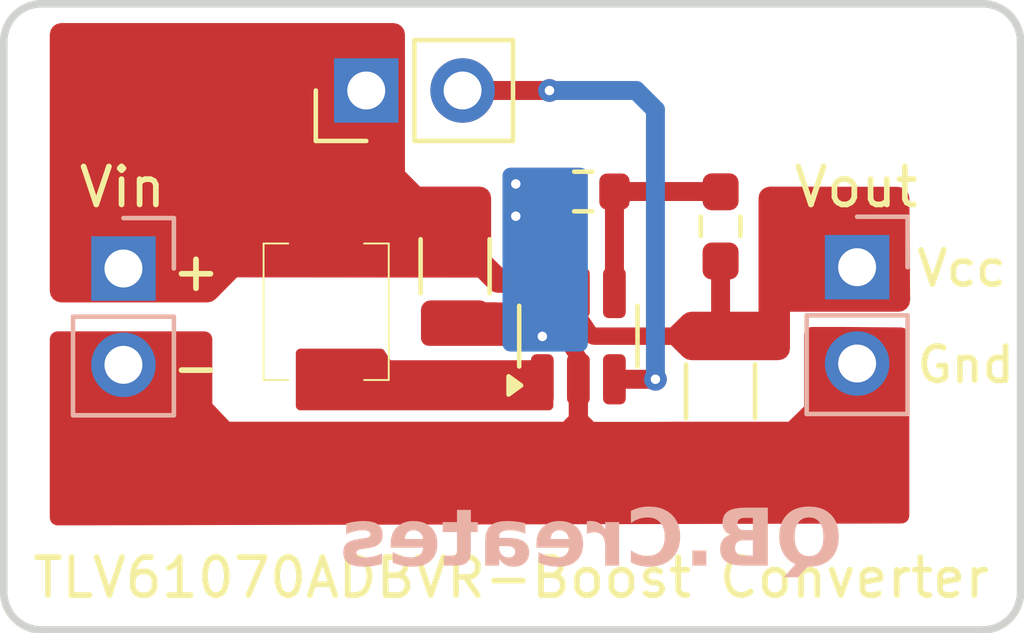
<source format=kicad_pcb>
(kicad_pcb (version 20240108) (generator "pcbnew") (generator_version "8.0")
  (layers (0 "F.Cu" signal) (31 "B.Cu" signal) (34 "B.Paste" user) (35 "F.Paste" user) (36 "B.SilkS" user "B.Silkscreen") (37 "F.SilkS" user "F.Silkscreen") (38 "B.Mask" user) (39 "F.Mask" user) (44 "Edge.Cuts" user))
  (net 0 "")
  (net 1 "+3V8")
  (net 2 "GNDREF")
  (net 3 "/SW")
  (net 4 "/Vout")
  (net 5 "Net-(J2-Pin_2)")
  (net 6 "Net-(U2-FB)")
  (footprint "Capacitor_SMD:C_1206_3216Metric" (layer "F.Cu") (at 124.4 78.8 -90)
    (property "Reference" "C2" (hide yes))
    (property "Value" "22uF" (hide yes))
    (fp_line (start -0.711252 0.91) (end 0.711252 0.91) (stroke (width 0.12)) (layer "F.SilkS"))
    (fp_line (start -0.711252 -0.91) (end 0.711252 -0.91) (stroke (width 0.12)) (layer "F.SilkS"))
    (pad "1" smd roundrect (at -1.475 0 270) (size 1.15 1.8) (layers "F.Cu" "F.Paste" "F.Mask") (roundrect_rratio 0.217391) (net 4 "/Vout"))
    (pad "2" smd roundrect (at 1.475 0 270) (size 1.15 1.8) (layers "F.Cu" "F.Paste" "F.Mask") (roundrect_rratio 0.217391) (net 2 "GNDREF"))
  )
  (footprint "InductorCustom:Bourns SRP30xx" (layer "F.Cu") (at 114 76.7 -90)
    (property "Reference" "L2" (hide yes))
    (property "Value" "4.7uH" (hide yes))
    (fp_line (start -1.8 1.65) (end 1.8 1.65) (stroke (width 0.05)) (layer "F.SilkS"))
    (fp_line (start -1.8 1.65) (end -1.8 1) (stroke (width 0.05)) (layer "F.SilkS"))
    (fp_line (start 1.8 1.65) (end 1.8 1) (stroke (width 0.05)) (layer "F.SilkS"))
    (fp_line (start -1.8 -1.65) (end -1.8 -1) (stroke (width 0.05)) (layer "F.SilkS"))
    (fp_line (start 1.8 -1.65) (end 1.8 -1) (stroke (width 0.05)) (layer "F.SilkS"))
    (fp_line (start 1.8 -1.65) (end -1.8 -1.65) (stroke (width 0.05)) (layer "F.SilkS"))
    (pad "1" smd rect (at -1.75 0 270) (size 1.5 1.45) (layers "F.Cu" "F.Paste" "F.Mask") (net 1 "+3V8"))
    (pad "2" smd rect (at 1.75 0 270) (size 1.5 1.45) (layers "F.Cu" "F.Paste" "F.Mask") (net 3 "/SW"))
  )
  (footprint "Package_TO_SOT_SMD:SOT-23-6" (layer "F.Cu") (at 120.65 77.343 90)
    (property "Reference" "U2" (hide yes))
    (property "Value" "TLV61070A" (hide yes))
    (fp_line (start 0 -1.56) (end 0.8 -1.56) (stroke (width 0.12)) (layer "F.SilkS"))
    (fp_line (start 0 -1.56) (end -0.8 -1.56) (stroke (width 0.12)) (layer "F.SilkS"))
    (fp_line (start 0 1.56) (end 0.8 1.56) (stroke (width 0.12)) (layer "F.SilkS"))
    (fp_line (start 0 1.56) (end -0.8 1.56) (stroke (width 0.12)) (layer "F.SilkS"))
    (fp_poly (pts (xy -1.3 -1.51) (xy -1.54 -1.84) (xy -1.06 -1.84) (xy -1.3 -1.51)) (stroke (width 0.12)) (fill solid) (layer "F.SilkS"))
    (pad "1" smd roundrect (at -1.1375 -0.95 90) (size 1.325 0.6) (layers "F.Cu" "F.Paste" "F.Mask") (net 3 "/SW"))
    (pad "2" smd roundrect (at -1.1375 0 90) (size 1.325 0.6) (layers "F.Cu" "F.Paste" "F.Mask") (net 2 "GNDREF"))
    (pad "3" smd roundrect (at -1.1375 0.95 90) (size 1.325 0.6) (layers "F.Cu" "F.Paste" "F.Mask") (net 5 "Net-(J2-Pin_2)"))
    (pad "4" smd roundrect (at 1.1375 0.95 90) (size 1.325 0.6) (layers "F.Cu" "F.Paste" "F.Mask") (net 6 "Net-(U2-FB)"))
    (pad "5" smd roundrect (at 1.1375 0 90) (size 1.325 0.6) (layers "F.Cu" "F.Paste" "F.Mask") (net 4 "/Vout"))
    (pad "6" smd roundrect (at 1.1375 -0.95 90) (size 1.325 0.6) (layers "F.Cu" "F.Paste" "F.Mask") (net 1 "+3V8"))
  )
  (footprint "Capacitor_SMD:C_1206_3216Metric" (layer "F.Cu") (at 117.4 75.5 -90)
    (property "Reference" "C1" (hide yes))
    (property "Value" "10uF" (hide yes))
    (fp_line (start -0.711252 0.91) (end 0.711252 0.91) (stroke (width 0.12)) (layer "F.SilkS"))
    (fp_line (start -0.711252 -0.91) (end 0.711252 -0.91) (stroke (width 0.12)) (layer "F.SilkS"))
    (pad "1" smd roundrect (at -1.475 0 270) (size 1.15 1.8) (layers "F.Cu" "F.Paste" "F.Mask") (roundrect_rratio 0.217391) (net 1 "+3V8"))
    (pad "2" smd roundrect (at 1.475 0 270) (size 1.15 1.8) (layers "F.Cu" "F.Paste" "F.Mask") (roundrect_rratio 0.217391) (net 2 "GNDREF"))
  )
  (footprint "Resistor_SMD:R_0603_1608Metric" (layer "F.Cu") (at 120.777 73.53 180)
    (property "Reference" "R2" (hide yes))
    (property "Value" "80k" (hide yes))
    (fp_line (start -0.237258 0.5225) (end 0.237258 0.5225) (stroke (width 0.12)) (layer "F.SilkS"))
    (fp_line (start -0.237258 -0.5225) (end 0.237258 -0.5225) (stroke (width 0.12)) (layer "F.SilkS"))
    (pad "1" smd roundrect (at -0.825 0 180) (size 0.8 0.95) (layers "F.Cu" "F.Paste" "F.Mask") (net 6 "Net-(U2-FB)"))
    (pad "2" smd roundrect (at 0.825 0 180) (size 0.8 0.95) (layers "F.Cu" "F.Paste" "F.Mask") (net 2 "GNDREF"))
  )
  (footprint "Connector_PinHeader_2.54mm:PinHeader_1x02_P2.54mm_Vertical" (layer "F.Cu") (at 115.057 70.866 90)
    (property "Reference" "J2" (hide yes))
    (property "Value" "Conn_01x02" (hide yes))
    (fp_line (start -1.33 -1.33) (end 0 -1.33) (stroke (width 0.12)) (layer "F.SilkS"))
    (fp_line (start -1.33 0) (end -1.33 -1.33) (stroke (width 0.12)) (layer "F.SilkS"))
    (fp_line (start 1.33 1.27) (end 1.33 3.87) (stroke (width 0.12)) (layer "F.SilkS"))
    (fp_line (start -1.33 1.27) (end 1.33 1.27) (stroke (width 0.12)) (layer "F.SilkS"))
    (fp_line (start -1.33 1.27) (end -1.33 3.87) (stroke (width 0.12)) (layer "F.SilkS"))
    (fp_line (start -1.33 3.87) (end 1.33 3.87) (stroke (width 0.12)) (layer "F.SilkS"))
    (pad "1" thru_hole rect (at 0 0 90) (size 1.7 1.7) (drill 1) (layers "*.Cu" "*.Mask") (net 1 "+3V8"))
    (pad "2" thru_hole oval (at 0 2.54 90) (size 1.7 1.7) (drill 1) (layers "*.Cu" "*.Mask") (net 5 "Net-(J2-Pin_2)"))
  )
  (footprint "Resistor_SMD:R_0603_1608Metric_Pad0.98x0.95mm_HandSolder" (layer "F.Cu") (at 124.4 74.45 90)
    (property "Reference" "R1" (hide yes))
    (property "Value" "720k" (hide yes))
    (fp_line (start -0.254724 -0.5225) (end 0.254724 -0.5225) (stroke (width 0.12)) (layer "F.SilkS"))
    (fp_line (start -0.254724 0.5225) (end 0.254724 0.5225) (stroke (width 0.12)) (layer "F.SilkS"))
    (pad "1" smd roundrect (at -0.9125 0 90) (size 0.975 0.95) (layers "F.Cu" "F.Paste" "F.Mask") (net 4 "/Vout"))
    (pad "2" smd roundrect (at 0.9125 0 90) (size 0.975 0.95) (layers "F.Cu" "F.Paste" "F.Mask") (net 6 "Net-(U2-FB)"))
  )
  (footprint "Connector_PinHeader_2.54mm:PinHeader_1x02_P2.54mm_Vertical" (layer "B.Cu") (at 128 75.525 180)
    (property "Reference" "J4" (hide yes))
    (property "Value" "Conn_01x02" (hide yes))
    (fp_line (start 1.33 -1.27) (end -1.33 -1.27) (stroke (width 0.12)) (layer "B.SilkS"))
    (fp_line (start 1.33 -3.87) (end 1.33 -1.27) (stroke (width 0.12)) (layer "B.SilkS"))
    (fp_line (start 1.33 -3.87) (end -1.33 -3.87) (stroke (width 0.12)) (layer "B.SilkS"))
    (fp_line (start 0 1.33) (end -1.33 1.33) (stroke (width 0.12)) (layer "B.SilkS"))
    (fp_line (start -1.33 1.33) (end -1.33 0) (stroke (width 0.12)) (layer "B.SilkS"))
    (fp_line (start -1.33 -3.87) (end -1.33 -1.27) (stroke (width 0.12)) (layer "B.SilkS"))
    (pad "1" thru_hole rect (at 0 0 180) (size 1.7 1.7) (drill 1) (layers "*.Cu" "*.Mask") (net 4 "/Vout"))
    (pad "2" thru_hole oval (at 0 -2.54 180) (size 1.7 1.7) (drill 1) (layers "*.Cu" "*.Mask") (net 2 "GNDREF"))
  )
  (footprint "Connector_PinHeader_2.54mm:PinHeader_1x02_P2.54mm_Vertical" (layer "B.Cu") (at 108.655 75.56 180)
    (property "Reference" "J1" (hide yes))
    (property "Value" "Conn_01x02" (hide yes))
    (fp_line (start 1.33 -1.27) (end -1.33 -1.27) (stroke (width 0.12)) (layer "B.SilkS"))
    (fp_line (start 1.33 -3.87) (end 1.33 -1.27) (stroke (width 0.12)) (layer "B.SilkS"))
    (fp_line (start 1.33 -3.87) (end -1.33 -3.87) (stroke (width 0.12)) (layer "B.SilkS"))
    (fp_line (start 0 1.33) (end -1.33 1.33) (stroke (width 0.12)) (layer "B.SilkS"))
    (fp_line (start -1.33 1.33) (end -1.33 0) (stroke (width 0.12)) (layer "B.SilkS"))
    (fp_line (start -1.33 -3.87) (end -1.33 -1.27) (stroke (width 0.12)) (layer "B.SilkS"))
    (pad "1" thru_hole rect (at 0 0 180) (size 1.7 1.7) (drill 1) (layers "*.Cu" "*.Mask") (net 1 "+3V8"))
    (pad "2" thru_hole oval (at 0 -2.54 180) (size 1.7 1.7) (drill 1) (layers "*.Cu" "*.Mask") (net 2 "GNDREF"))
  )
  (gr_line (start 131.3092 85.09) (end 106.5 85.09) (stroke (width 0.2)) (layer "Edge.Cuts"))
  (gr_line (start 106.5 68.58) (end 131.3092 68.58) (stroke (width 0.2)) (layer "Edge.Cuts"))
  (gr_line (start 105.5 84.09) (end 105.5 69.58) (stroke (width 0.2)) (layer "Edge.Cuts"))
  (gr_line (start 132.3092 69.58) (end 132.3092 84.09) (stroke (width 0.2)) (layer "Edge.Cuts"))
  (gr_arc (start 132.3092 84.09) (mid 132.016307 84.797107) (end 131.3092 85.09) (stroke (width 0.2)) (layer "Edge.Cuts"))
  (gr_arc (start 105.5 69.58) (mid 105.792893 68.872893) (end 106.5 68.58) (stroke (width 0.2)) (layer "Edge.Cuts"))
  (gr_arc (start 106.5 85.09) (mid 105.792893 84.797107) (end 105.5 84.09) (stroke (width 0.2)) (layer "Edge.Cuts"))
  (gr_arc (start 131.3092 68.58) (mid 132.016307 68.872893) (end 132.3092 69.58) (stroke (width 0.2)) (layer "Edge.Cuts"))
  (gr_text "QB.Creates" (at 127.623337 83.65 0) (layer "B.SilkS") (effects (font (size 1.5 1.5) (thickness 0.15) (bold yes)) (justify left bottom mirror)))
  (gr_text "-" (at 109.85 78.75 0) (layer "F.SilkS") (effects (font (size 1 1) (thickness 0.15) (bold yes)) (justify left bottom)))
  (gr_text "TLV61070ADBVR-Boost Converter" (at 106.18436 84.3 0) (layer "F.SilkS") (effects (font (size 1 1) (thickness 0.15) (bold yes)) (justify left bottom)))
  (gr_text "+" (at 109.85 76.21 0) (layer "F.SilkS") (effects (font (size 1 1) (thickness 0.15) (bold yes)) (justify left bottom)))
  (gr_text "Vcc" (at 129.5 76.08525 0) (layer "F.SilkS") (effects (font (size 0.9 0.9) (thickness 0.15) (bold yes)) (justify left bottom)))
  (gr_text "Vin" (at 107.410953 74 0) (layer "F.SilkS") (effects (font (size 1 1) (thickness 0.15) (bold yes)) (justify left bottom)))
  (gr_text "Vout" (at 126.255952 74 0) (layer "F.SilkS") (effects (font (size 1 1) (thickness 0.15) (bold yes)) (justify left bottom)))
  (gr_text "Gnd" (at 129.5 78.62525 0) (layer "F.SilkS") (effects (font (size 0.9 0.9) (thickness 0.15) (bold yes)) (justify left bottom)))
  (via (at 119 74.179999) (size 0.6) (drill 0.25) (layers "F.Cu" "B.Cu") (net 2))
  (via (at 119 73.33) (size 0.6) (drill 0.25) (layers "F.Cu" "B.Cu") (net 2))
  (via (at 119.7 77.35) (size 0.6) (drill 0.25) (layers "F.Cu" "B.Cu") (net 2))
  (segment (start 119.6995 78.48) (end 119.7 78.4805) (width 0.25) (layer "F.Cu") (net 3))
  (segment (start 124.4 75.3625) (end 124.4 77.325) (width 0.5) (layer "F.Cu") (net 4))
  (segment (start 121.6 78.4805) (end 122.682 78.4805) (width 0.5) (layer "F.Cu") (net 5))
  (segment (start 117.597 70.866) (end 119.888 70.866) (width 0.5) (layer "F.Cu") (net 5))
  (via (at 122.682 78.4805) (size 0.6) (drill 0.25) (layers "F.Cu" "B.Cu") (net 5))
  (via (at 119.888 70.866) (size 0.6) (drill 0.25) (layers "F.Cu" "B.Cu") (net 5))
  (segment (start 119.888 70.866) (end 122.174 70.866) (width 0.5) (layer "B.Cu") (net 5))
  (segment (start 122.174 70.866) (end 122.682 71.374) (width 0.5) (layer "B.Cu") (net 5))
  (segment (start 122.682 71.374) (end 122.682 78.4805) (width 0.5) (layer "B.Cu") (net 5))
  (segment (start 121.602 76.2035) (end 121.6 76.2055) (width 0.25) (layer "F.Cu") (net 6))
  (segment (start 121.602 73.53) (end 124.3925 73.53) (width 0.5) (layer "F.Cu") (net 6))
  (segment (start 124.3925 73.53) (end 124.4 73.5375) (width 0.25) (layer "F.Cu") (net 6))
  (segment (start 121.602 73.53) (end 121.602 76.2035) (width 0.5) (layer "F.Cu") (net 6))
  (zone (net 1) (net_name "+3V8") (layer "F.Cu") (name "Vin") (priority 1) (connect_pads yes (clearance 0.25)) (min_thickness 0.15) (fill yes (thermal_gap 0.5) (thermal_bridge_width 1.075) (smoothing fillet) (radius 0.3))
    (polygon (pts (xy 106.712 76.454) (xy 106.712 69.088) (xy 116.078 69.088) (xy 116.078 73) (xy 116.475 73.4) (xy 118.35 73.4) (xy 118.35 74.4) (xy 118.35 75.25) (xy 118.8 75.692) (xy 119.888 75.692) (xy 119.888 76.2) (xy 118.4 76.2) (xy 118.15 75.95) (xy 118 75.8) (xy 111.65 75.7936) (xy 110.998 76.454)))
  )
  (zone (net 2) (net_name "GNDREF") (layer "F.Cu") (name "GroundPlane") (connect_pads yes (clearance 0.15)) (min_thickness 0.25) (fill yes (thermal_gap 0.5) (thermal_bridge_width 1.075) (smoothing fillet) (radius 0.2))
    (polygon (pts (xy 106.712 82.334) (xy 129.3764 82.2832) (xy 129.3764 77.116) (xy 127.55 77.1) (xy 126.6 77.1) (xy 126.6 79.2) (xy 126.19 79.6) (xy 124.65 79.6) (xy 123.6 79.6) (xy 123.2 79.6) (xy 122.682 79.6036) (xy 121.06 79.6036) (xy 120.904 79.4512) (xy 120.9 78.05) (xy 120.9 77.9) (xy 120.4 77.1) (xy 119.1 77.1) (xy 119 77) (xy 119 76.45) (xy 116.5 76.45) (xy 116.5 77.6) (xy 120.2 77.6) (xy 120.396 77.9) (xy 120.396 79.248) (xy 120.396 79.4512) (xy 120.25 79.6) (xy 111.45 79.6) (xy 110.9988 79.125) (xy 110.9988 77.216) (xy 106.712 77.216)))
  )
  (zone (net 2) (net_name "GNDREF") (layer "F.Cu") (name "GroundPlane") (priority 5) (connect_pads yes (clearance 0.25)) (min_thickness 0.25) (fill yes (thermal_gap 0.5) (thermal_bridge_width 1.075) (smoothing fillet) (radius 0.2))
    (polygon (pts (xy 118.65 73) (xy 120.35 73) (xy 120.35 74.5) (xy 118.65 74.5)))
  )
  (zone (net 4) (net_name "/Vout") (layer "F.Cu") (name "Vout") (priority 2) (connect_pads yes (clearance 0.15)) (min_thickness 0.15) (fill yes (thermal_gap 0.5) (thermal_bridge_width 1.075) (smoothing fillet) (radius 0.3))
    (polygon (pts (xy 120.396 76.2) (xy 120.396 76.8096) (xy 120.904 77.5716) (xy 123.09 77.575) (xy 123.5 77.9764) (xy 126.23 77.9764) (xy 126.23 76.7) (xy 126.6 76.7) (xy 129.4 76.7) (xy 129.3764 73.406) (xy 125.4 73.4) (xy 125.4 76.2) (xy 125.4 76.7) (xy 124.7 76.7) (xy 123.5 76.7) (xy 123.075 77.1144) (xy 121.1072 77.1144) (xy 120.904 76.8096) (xy 120.904 76.2)))
  )
  (zone (net 3) (net_name "/SW") (layers "F&B.Cu") (name "SW") (priority 3) (connect_pads yes (clearance 0.25)) (min_thickness 0.15) (fill yes (thermal_gap 0.5) (thermal_bridge_width 1.075) (smoothing fillet) (radius 0.1))
    (polygon (pts (xy 113.2 77.6732) (xy 115.5 77.6732) (xy 115.7 77.978) (xy 119.3 77.978) (xy 119.5 77.975) (xy 119.9904 77.975) (xy 119.9904 79.2988) (xy 113.2 79.2988)))
  )
  (zone (net 2) (net_name "GNDREF") (layer "B.Cu") (name "GroundPlane") (priority 4) (connect_pads yes (clearance 0.25)) (min_thickness 0.25) (fill yes (thermal_gap 0.5) (thermal_bridge_width 1.075) (smoothing fillet) (radius 0.2))
    (polygon (pts (xy 118.65 72.9) (xy 118.65 77.75) (xy 120.9 77.75) (xy 120.9 72.9)))
  )
)
</source>
